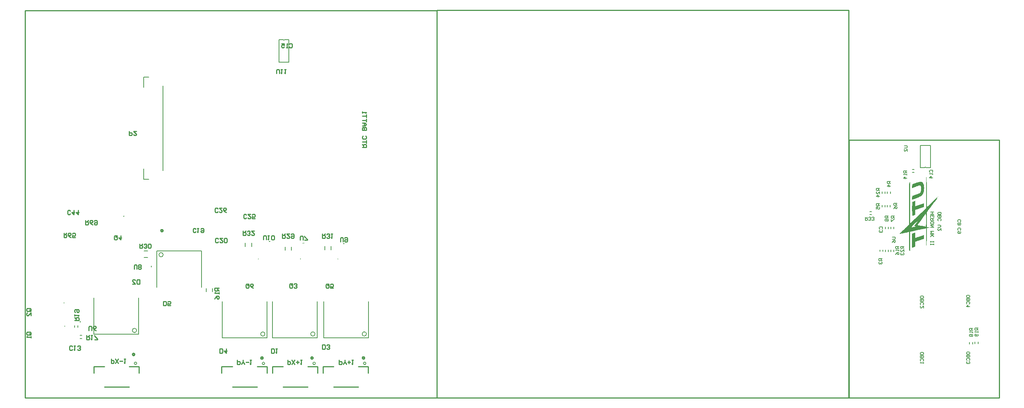
<source format=gbo>
G04*
G04 #@! TF.GenerationSoftware,Altium Limited,Altium Designer,18.1.9 (240)*
G04*
G04 Layer_Color=12176880*
%FSLAX44Y44*%
%MOMM*%
G71*
G01*
G75*
%ADD16C,0.2540*%
%ADD92C,0.2000*%
%ADD110C,0.1270*%
%ADD112C,0.1524*%
%ADD113C,0.1500*%
%ADD116C,0.3000*%
G36*
X2340097Y757061D02*
X2340919Y756814D01*
X2341741Y756486D01*
X2342399Y756157D01*
X2342892Y755828D01*
X2343386Y755499D01*
X2343632Y755252D01*
X2343715Y755170D01*
X2344290Y754430D01*
X2344866Y753608D01*
X2345277Y752703D01*
X2345688Y751635D01*
X2346263Y749497D01*
X2346674Y747359D01*
X2346839Y746290D01*
X2346921Y745304D01*
X2347003Y744399D01*
Y743659D01*
X2347086Y743001D01*
Y742097D01*
X2347003Y740124D01*
X2346921Y738315D01*
X2346674Y736588D01*
X2346346Y735026D01*
X2346017Y733546D01*
X2345688Y732231D01*
X2345277Y731079D01*
X2344783Y730011D01*
X2344372Y729106D01*
X2343961Y728284D01*
X2343632Y727626D01*
X2343304Y727051D01*
X2342975Y726640D01*
X2342728Y726311D01*
X2342646Y726146D01*
X2342563Y726064D01*
X2341906Y725324D01*
X2341084Y724666D01*
X2340179Y723926D01*
X2339028Y723269D01*
X2337877Y722529D01*
X2336644Y721871D01*
X2334177Y720720D01*
X2332944Y720144D01*
X2331793Y719651D01*
X2330724Y719240D01*
X2329819Y718829D01*
X2328997Y718582D01*
X2328422Y718335D01*
X2328093Y718253D01*
X2327928Y718171D01*
X2318966Y715047D01*
X2319049Y715622D01*
Y716280D01*
X2319131Y717596D01*
Y721131D01*
X2319213Y721871D01*
Y722446D01*
X2319295Y722940D01*
Y723269D01*
X2319377Y723515D01*
Y723597D01*
X2327682Y726722D01*
X2329162Y727297D01*
X2330395Y727791D01*
X2331628Y728284D01*
X2332615Y728777D01*
X2333519Y729106D01*
X2334341Y729517D01*
X2334999Y729764D01*
X2335575Y730093D01*
X2336068Y730257D01*
X2336479Y730504D01*
X2336973Y730751D01*
X2337301Y730915D01*
X2337384Y730997D01*
X2337795Y731491D01*
X2338206Y732066D01*
X2338781Y733299D01*
X2339275Y734779D01*
X2339521Y736259D01*
X2339686Y737575D01*
X2339768Y738233D01*
Y738726D01*
X2339850Y739137D01*
Y742344D01*
X2339768Y742919D01*
Y743412D01*
X2339686Y743906D01*
Y744646D01*
X2339604Y745057D01*
X2339521Y745386D01*
X2339439Y745632D01*
Y745715D01*
X2339275Y745961D01*
X2339193Y746208D01*
Y746455D01*
X2339110Y746701D01*
X2339028Y746866D01*
X2338946Y747030D01*
X2338864Y747112D01*
X2338617Y747359D01*
X2338535Y747441D01*
X2338452Y747606D01*
X2338288Y747688D01*
X2338124Y747935D01*
X2337959Y748099D01*
X2337877Y748181D01*
X2337548Y748428D01*
X2337301Y748675D01*
X2337219Y748757D01*
X2337137Y748839D01*
X2333355Y747441D01*
X2331628Y746784D01*
X2329984Y746208D01*
X2328340Y745632D01*
X2326859Y745057D01*
X2325544Y744564D01*
X2324229Y744070D01*
X2323077Y743659D01*
X2322091Y743330D01*
X2321186Y743001D01*
X2320446Y742755D01*
X2319871Y742508D01*
X2319460Y742344D01*
X2319213Y742261D01*
X2319131D01*
Y747277D01*
X2319213Y747935D01*
X2319377Y749086D01*
X2319542Y749908D01*
X2319789Y750483D01*
X2320117Y750894D01*
X2320282Y751141D01*
X2320446Y751306D01*
X2320529D01*
X2323242Y752292D01*
X2325708Y753197D01*
X2327928Y754019D01*
X2329902Y754677D01*
X2331628Y755252D01*
X2333190Y755745D01*
X2334506Y756074D01*
X2335575Y756403D01*
X2336561Y756650D01*
X2337301Y756814D01*
X2337959Y756979D01*
X2338452Y757061D01*
X2338781Y757143D01*
X2339193D01*
X2340097Y757061D01*
D02*
G37*
G36*
X2326037Y712251D02*
X2326120Y712087D01*
Y711758D01*
X2326202Y711347D01*
X2326284Y710360D01*
Y709127D01*
X2326366Y707976D01*
Y699754D01*
X2336233Y703125D01*
X2346428Y706496D01*
X2346510Y706414D01*
X2346592Y706331D01*
X2346674Y705838D01*
X2346757Y705180D01*
Y704440D01*
X2346839Y703700D01*
Y698356D01*
X2339686Y695890D01*
X2338288Y695396D01*
X2336973Y694985D01*
X2335822Y694574D01*
X2334753Y694163D01*
X2333848Y693834D01*
X2333026Y693587D01*
X2332286Y693258D01*
X2331628Y693094D01*
X2331053Y692847D01*
X2330642Y692683D01*
X2330231Y692601D01*
X2329984Y692436D01*
X2329573Y692354D01*
X2329491Y692272D01*
X2326613Y691203D01*
X2326531Y690381D01*
X2326448Y689394D01*
Y688490D01*
X2326366Y687503D01*
Y684050D01*
X2326284Y682816D01*
Y681830D01*
X2326202Y681090D01*
Y680432D01*
X2326120Y680021D01*
Y679692D01*
X2323242Y678788D01*
X2322337Y678377D01*
X2321597Y678130D01*
X2320940Y677883D01*
X2320529Y677801D01*
X2320200Y677719D01*
X2320035Y677637D01*
X2319871D01*
X2319789Y677719D01*
X2319706Y677801D01*
Y678048D01*
X2319624Y678294D01*
X2319542Y679117D01*
X2319460Y680185D01*
X2319377Y681419D01*
X2319295Y682734D01*
Y684214D01*
X2319213Y685694D01*
Y687256D01*
X2319131Y688736D01*
X2319131Y699178D01*
X2319213Y701316D01*
Y703125D01*
X2319295Y704769D01*
X2319377Y706085D01*
X2319460Y707154D01*
Y708058D01*
X2319542Y708798D01*
X2319624Y709291D01*
X2319706Y709702D01*
X2319789Y709949D01*
Y710114D01*
X2319871Y710196D01*
Y710278D01*
X2320858Y710607D01*
X2321762Y710936D01*
X2322502Y711264D01*
X2323160Y711429D01*
X2323735Y711676D01*
X2324229Y711840D01*
X2324969Y712087D01*
X2325462Y712251D01*
X2325791Y712333D01*
X2325955D01*
X2326037Y712251D01*
D02*
G37*
G36*
X484841Y677488D02*
X485122Y677206D01*
X485274Y676839D01*
Y676640D01*
Y676441D01*
X485122Y676074D01*
X484841Y675792D01*
X484473Y675640D01*
X484075D01*
X483708Y675792D01*
X483426Y676074D01*
X483274Y676441D01*
Y676640D01*
Y676839D01*
X483426Y677206D01*
X483708Y677488D01*
X484075Y677640D01*
X484473D01*
X484841Y677488D01*
D02*
G37*
G36*
X2352348Y768572D02*
X2352430Y768243D01*
X2352512Y767750D01*
X2352594Y767174D01*
Y766352D01*
X2352677Y765447D01*
X2352759Y764379D01*
Y763145D01*
X2352841Y761912D01*
Y760514D01*
X2352923Y757554D01*
X2353005Y754348D01*
X2353088Y751059D01*
Y744646D01*
X2353170Y741686D01*
Y697945D01*
X2354321Y698849D01*
X2354650Y699096D01*
X2355225Y699672D01*
X2356048Y700329D01*
X2356952Y701152D01*
X2357939Y702138D01*
X2359090Y703207D01*
X2361392Y705427D01*
X2363694Y707565D01*
X2364681Y708551D01*
X2365585Y709456D01*
X2366407Y710196D01*
X2366983Y710771D01*
X2367312Y711100D01*
X2367476Y711265D01*
X2369532Y713238D01*
X2371423Y715047D01*
X2372985Y716609D01*
X2374383Y717924D01*
X2375534Y718993D01*
X2376438Y719980D01*
X2377260Y720720D01*
X2377918Y721378D01*
X2378411Y721871D01*
X2378822Y722282D01*
X2379069Y722529D01*
X2379234Y722693D01*
X2379480Y722940D01*
X2380138Y723515D01*
X2380714Y724009D01*
X2381125Y724337D01*
X2381371Y724584D01*
X2381618Y724749D01*
X2381700Y724831D01*
X2381782Y724913D01*
X2380878Y723597D01*
X2378329Y719980D01*
X2375862Y716527D01*
X2373478Y713156D01*
X2371094Y709949D01*
X2368874Y706825D01*
X2366736Y703947D01*
X2364681Y701234D01*
X2362872Y698767D01*
X2361145Y696465D01*
X2359583Y694492D01*
X2358268Y692683D01*
X2357116Y691203D01*
X2356212Y690052D01*
X2355801Y689558D01*
X2355554Y689230D01*
X2355308Y688901D01*
X2355143Y688654D01*
X2354979Y688572D01*
Y688490D01*
X2353170Y686023D01*
Y652231D01*
X2353910Y651820D01*
X2354650Y651573D01*
X2355390Y651326D01*
X2356130Y651244D01*
X2356705Y651162D01*
X2357199Y651080D01*
X2358185D01*
X2358514Y650997D01*
X2358761Y650915D01*
X2358925Y650833D01*
X2359008Y650751D01*
Y650669D01*
X2358843Y650504D01*
X2358432Y650257D01*
X2358021Y650093D01*
X2357445Y649929D01*
X2356952Y649764D01*
X2356541Y649600D01*
X2356212Y649518D01*
X2356130D01*
X2353416Y649024D01*
X2353170Y629045D01*
Y627154D01*
X2353088Y625427D01*
Y622220D01*
X2353005Y620823D01*
Y619507D01*
X2352923Y618274D01*
Y617123D01*
X2352841Y616136D01*
X2352759Y615150D01*
Y614327D01*
X2352677Y613505D01*
X2352594Y612108D01*
X2352512Y611039D01*
X2352430Y610216D01*
X2352348Y609559D01*
X2352265Y609148D01*
X2352183Y608819D01*
X2352101Y608654D01*
X2352019Y608490D01*
X2351937Y608572D01*
Y608736D01*
X2351854Y608983D01*
X2351772Y609312D01*
Y609805D01*
X2351690Y610299D01*
X2351608Y611614D01*
Y613176D01*
X2351526Y614821D01*
X2351443Y616630D01*
Y620412D01*
X2351361Y622220D01*
Y648613D01*
X2343961Y647051D01*
X2341741Y646558D01*
X2339686Y646064D01*
X2337795Y645653D01*
X2335986Y645242D01*
X2334341Y644913D01*
X2332862Y644584D01*
X2331546Y644255D01*
X2330313Y644009D01*
X2329326Y643762D01*
X2328422Y643515D01*
X2327599Y643351D01*
X2327024Y643186D01*
X2326531Y643104D01*
X2326120Y643022D01*
X2325955Y642940D01*
X2325873D01*
X2324229Y642529D01*
X2322666Y642200D01*
X2321351Y641871D01*
X2320200Y641624D01*
X2319131Y641460D01*
X2318226Y641295D01*
X2317487Y641131D01*
X2316829Y640967D01*
X2316253Y640884D01*
X2315842Y640802D01*
X2315513D01*
X2315267Y640720D01*
X2314855D01*
Y640638D01*
X2314773Y640473D01*
Y640144D01*
X2314691Y639733D01*
Y638582D01*
X2314609Y637924D01*
Y635458D01*
X2314527Y633485D01*
Y629291D01*
X2314444Y627236D01*
Y603145D01*
X2314362Y601994D01*
Y598459D01*
X2314280Y597472D01*
X2314115Y596732D01*
X2313951Y596239D01*
X2313787Y595828D01*
X2313622Y595663D01*
X2313458Y595581D01*
X2313293Y595499D01*
X2312964Y595581D01*
X2312718Y595910D01*
X2312553Y596404D01*
X2312471Y596897D01*
X2312389Y597390D01*
X2312307Y597883D01*
Y598952D01*
X2312224Y599939D01*
Y604050D01*
X2312142Y605694D01*
Y625098D01*
X2312060Y626660D01*
Y630689D01*
X2311978Y631758D01*
Y633731D01*
X2311895Y634636D01*
Y636116D01*
X2311813Y637267D01*
X2311731Y638171D01*
X2311649Y638911D01*
Y639404D01*
X2311567Y639733D01*
Y639898D01*
X2311484Y639980D01*
Y640062D01*
X2305236Y638500D01*
X2304496Y638418D01*
X2303674Y638253D01*
X2301865Y637842D01*
X2301125Y637678D01*
X2300385Y637513D01*
X2299974Y637349D01*
X2299809D01*
X2298494Y637020D01*
X2297343Y636773D01*
X2296438Y636609D01*
X2295780Y636445D01*
X2295287Y636362D01*
X2294876Y636280D01*
X2294629D01*
X2293643Y636116D01*
X2292820Y635869D01*
X2292492Y635787D01*
X2292245D01*
X2292081Y635704D01*
X2291998D01*
X2291176Y635458D01*
X2290436Y635376D01*
X2290025Y635293D01*
X2289203D01*
X2289285Y635458D01*
X2289614Y635869D01*
X2290025Y636280D01*
X2290518Y636856D01*
X2291094Y637349D01*
X2291505Y637760D01*
X2291834Y638089D01*
X2291916Y638171D01*
X2292985Y639158D01*
X2294054Y640227D01*
X2295205Y641295D01*
X2296192Y642282D01*
X2297096Y643104D01*
X2297836Y643762D01*
X2298329Y644255D01*
X2298412Y644338D01*
X2298494Y644420D01*
X2299809Y645735D01*
X2300878Y646804D01*
X2301783Y647626D01*
X2302440Y648366D01*
X2302934Y648860D01*
X2303345Y649271D01*
X2303509Y649435D01*
X2303591Y649518D01*
X2312142Y658068D01*
X2312142Y719240D01*
X2312060Y720802D01*
Y733382D01*
X2311978Y734862D01*
Y744892D01*
X2312060Y746208D01*
Y748510D01*
X2312142Y749415D01*
Y750319D01*
X2312224Y750977D01*
X2312307Y751635D01*
Y752128D01*
X2312389Y752539D01*
Y753114D01*
X2312471Y753279D01*
Y753443D01*
X2312635Y754266D01*
X2312882Y754923D01*
X2313211Y755334D01*
X2313458Y755663D01*
X2313787Y755828D01*
X2313951Y755910D01*
X2314115Y755992D01*
X2314198D01*
Y755417D01*
X2314280Y754759D01*
Y751552D01*
X2314362Y750072D01*
Y736424D01*
X2314444Y731902D01*
X2314444Y659877D01*
X2322091Y667277D01*
X2322502Y667688D01*
X2322995Y668181D01*
X2324146Y669332D01*
X2325626Y670648D01*
X2327024Y672046D01*
X2328422Y673361D01*
X2328997Y673937D01*
X2329573Y674430D01*
X2329984Y674923D01*
X2330313Y675252D01*
X2330559Y675417D01*
X2330642Y675499D01*
X2331875Y676650D01*
X2333026Y677719D01*
X2334999Y679692D01*
X2336726Y681337D01*
X2338124Y682734D01*
X2339193Y683803D01*
X2340015Y684543D01*
X2340426Y684954D01*
X2340590Y685119D01*
X2351361Y695890D01*
X2351361Y744070D01*
X2351443Y746537D01*
Y751141D01*
X2351525Y753114D01*
Y755005D01*
X2351608Y756732D01*
Y759692D01*
X2351690Y760925D01*
Y762076D01*
X2351772Y763145D01*
Y764050D01*
X2351854Y764872D01*
Y765612D01*
X2351936Y766187D01*
Y766681D01*
X2352019Y767503D01*
X2352101Y768078D01*
X2352183Y768407D01*
Y768572D01*
X2352265Y768654D01*
X2352348Y768572D01*
D02*
G37*
G36*
X2326120Y638418D02*
X2326202Y638253D01*
Y637924D01*
X2326284Y637513D01*
Y636527D01*
X2326366Y635293D01*
Y629785D01*
X2326448Y628798D01*
Y627894D01*
X2326531Y627154D01*
Y626578D01*
X2326613Y626167D01*
Y626085D01*
X2326777D01*
X2327106Y626249D01*
X2327599Y626414D01*
X2328175Y626578D01*
X2328915Y626825D01*
X2329737Y627154D01*
X2331546Y627729D01*
X2333355Y628387D01*
X2334177Y628634D01*
X2334917Y628963D01*
X2335493Y629127D01*
X2335986Y629291D01*
X2336315Y629456D01*
X2336397D01*
X2338041Y630031D01*
X2339604Y630607D01*
X2340837Y631018D01*
X2341988Y631429D01*
X2342975Y631758D01*
X2343797Y632005D01*
X2344455Y632251D01*
X2344948Y632416D01*
X2345441Y632580D01*
X2345770Y632662D01*
X2346017Y632745D01*
X2346181D01*
X2346346Y632827D01*
X2346428D01*
X2346510Y632745D01*
X2346592Y632662D01*
X2346674Y632169D01*
X2346757Y631511D01*
Y630689D01*
X2346839Y629867D01*
Y624523D01*
X2345441Y623947D01*
X2343797Y623372D01*
X2342152Y622714D01*
X2340508Y622138D01*
X2338946Y621645D01*
X2338288Y621398D01*
X2337795Y621234D01*
X2337301Y621069D01*
X2336973Y620905D01*
X2336726Y620823D01*
X2336644D01*
X2335410Y620412D01*
X2334177Y620001D01*
X2333108Y619590D01*
X2332122Y619261D01*
X2330395Y618685D01*
X2328915Y618192D01*
X2327764Y617781D01*
X2327024Y617534D01*
X2326531Y617369D01*
X2326366Y617287D01*
Y605859D01*
X2322749Y604708D01*
X2319131Y603310D01*
Y636033D01*
X2322337Y637349D01*
X2323324Y637760D01*
X2324146Y638007D01*
X2324804Y638253D01*
X2325297Y638336D01*
X2325708Y638418D01*
X2325955Y638500D01*
X2326120D01*
Y638418D01*
D02*
G37*
G36*
X798023Y577891D02*
X798304Y577609D01*
X798456Y577242D01*
Y577043D01*
Y576844D01*
X798304Y576477D01*
X798023Y576195D01*
X797655Y576043D01*
X797257D01*
X796889Y576195D01*
X796608Y576477D01*
X796456Y576844D01*
Y577043D01*
Y577242D01*
X796608Y577609D01*
X796889Y577891D01*
X797257Y578043D01*
X797655D01*
X798023Y577891D01*
D02*
G37*
G36*
X983002Y577890D02*
X983284Y577609D01*
X983436Y577242D01*
Y577043D01*
Y576844D01*
X983284Y576476D01*
X983002Y576195D01*
X982635Y576043D01*
X982237D01*
X981870Y576195D01*
X981588Y576476D01*
X981436Y576844D01*
Y577043D01*
Y577242D01*
X981588Y577609D01*
X981870Y577890D01*
X982237Y578043D01*
X982635D01*
X983002Y577890D01*
D02*
G37*
G36*
X896067Y577890D02*
X896348Y577609D01*
X896500Y577242D01*
Y577043D01*
Y576844D01*
X896348Y576476D01*
X896067Y576195D01*
X895699Y576043D01*
X895301D01*
X894933Y576195D01*
X894652Y576476D01*
X894500Y576844D01*
Y577043D01*
Y577242D01*
X894652Y577609D01*
X894933Y577890D01*
X895301Y578043D01*
X895699D01*
X896067Y577890D01*
D02*
G37*
G36*
X345887Y475624D02*
X346168Y475342D01*
X346320Y474975D01*
Y474776D01*
Y474577D01*
X346168Y474210D01*
X345887Y473928D01*
X345519Y473776D01*
X345121D01*
X344754Y473928D01*
X344473Y474210D01*
X344320Y474577D01*
Y474776D01*
Y474975D01*
X344473Y475342D01*
X344754Y475624D01*
X345121Y475776D01*
X345519D01*
X345887Y475624D01*
D02*
G37*
G36*
X347157Y421434D02*
X347438Y421152D01*
X347590Y420785D01*
Y420586D01*
Y420387D01*
X347438Y420020D01*
X347157Y419738D01*
X346789Y419586D01*
X346391D01*
X346024Y419738D01*
X345743Y420020D01*
X345590Y420387D01*
Y420586D01*
Y420785D01*
X345743Y421152D01*
X346024Y421434D01*
X346391Y421586D01*
X346789D01*
X347157Y421434D01*
D02*
G37*
%LPC*%
G36*
X2351114Y683063D02*
X2341412Y669744D01*
X2339686Y667441D01*
X2338206Y665386D01*
X2336973Y663659D01*
X2335822Y662097D01*
X2334917Y660782D01*
X2334177Y659713D01*
X2333519Y658726D01*
X2333026Y657986D01*
X2332615Y657411D01*
X2332286Y656917D01*
X2332122Y656588D01*
X2331957Y656342D01*
X2331875Y656177D01*
X2331793Y656095D01*
Y656013D01*
X2331875Y655931D01*
X2332204Y655848D01*
X2332697Y655766D01*
X2333355Y655602D01*
X2334095Y655519D01*
X2334917Y655273D01*
X2336726Y654944D01*
X2338535Y654615D01*
X2339357Y654451D01*
X2340097Y654286D01*
X2340755Y654204D01*
X2341248Y654122D01*
X2341577Y654040D01*
X2341659D01*
X2351114Y652231D01*
X2351361Y659877D01*
Y675170D01*
X2351114Y683063D01*
D02*
G37*
G36*
X2331546Y664399D02*
X2330806Y664235D01*
X2329984Y663824D01*
X2328915Y663166D01*
X2327846Y662262D01*
X2326695Y661193D01*
X2325462Y660042D01*
X2322995Y657493D01*
X2321762Y656260D01*
X2320611Y655026D01*
X2319624Y653875D01*
X2318720Y652806D01*
X2317980Y651902D01*
X2317404Y651244D01*
X2317075Y650833D01*
X2316911Y650668D01*
X2317075D01*
X2317322Y650751D01*
X2318062Y650833D01*
X2319049Y650997D01*
X2320035Y651162D01*
X2321104Y651408D01*
X2321926Y651573D01*
X2322255Y651655D01*
X2322502D01*
X2322666Y651737D01*
X2322749D01*
X2323160Y651902D01*
X2323735Y651984D01*
X2324311D01*
X2325297Y652313D01*
X2326037Y652477D01*
X2326448Y652642D01*
X2326613D01*
X2327024Y652724D01*
X2327188Y652806D01*
Y652971D01*
X2327106Y653053D01*
X2326777Y653217D01*
X2326695Y653300D01*
X2326613D01*
X2325873Y653628D01*
X2325297Y653875D01*
X2324886Y654122D01*
X2324557Y654286D01*
X2324393Y654451D01*
X2324311Y654533D01*
Y654615D01*
X2324393Y654862D01*
X2324640Y655191D01*
X2324969Y655684D01*
X2325297Y656260D01*
X2325708Y656753D01*
X2326037Y657246D01*
X2326284Y657575D01*
X2326366Y657657D01*
X2327024Y658562D01*
X2327599Y659384D01*
X2327846Y659713D01*
X2328011Y659959D01*
X2328093Y660042D01*
X2328175Y660124D01*
X2328833Y660864D01*
X2329326Y661439D01*
X2329655Y661850D01*
X2329737Y662015D01*
X2330231Y662590D01*
X2330559Y663001D01*
X2330806Y663330D01*
X2330888Y663413D01*
X2331135Y663742D01*
X2331217Y663988D01*
X2331299Y664070D01*
Y664153D01*
X2331546Y664399D01*
D02*
G37*
%LPD*%
D16*
X817150Y326532D02*
Y311532D01*
Y326532D02*
X794650D01*
X712150D02*
Y311532D01*
X737150Y326532D02*
X712150D01*
X794650Y279032D02*
X736900D01*
X1052710Y326642D02*
Y311642D01*
Y326642D02*
X1030210D01*
X947710D02*
Y311642D01*
X972710Y326642D02*
X947710D01*
X1030210Y279142D02*
X972460D01*
X519250Y326750D02*
Y311750D01*
Y326750D02*
X496750D01*
X414250D02*
Y311750D01*
X439250Y326750D02*
X414250D01*
X496750Y279250D02*
X439000D01*
X935000Y326532D02*
Y311532D01*
Y326532D02*
X912500D01*
X830000D02*
Y311532D01*
X855000Y326532D02*
X830000D01*
X912500Y279032D02*
X854750D01*
X1039010Y836900D02*
X1049007D01*
Y841898D01*
X1047341Y843565D01*
X1044008D01*
X1042342Y841898D01*
Y836900D01*
Y840232D02*
X1039010Y843565D01*
X1049007Y846897D02*
Y853561D01*
Y850229D01*
X1039010D01*
X1047341Y863558D02*
X1049007Y861892D01*
Y858560D01*
X1047341Y856894D01*
X1040676D01*
X1039010Y858560D01*
Y861892D01*
X1040676Y863558D01*
X1049007Y876887D02*
X1039010D01*
Y881886D01*
X1040676Y883552D01*
X1042342D01*
X1044008Y881886D01*
Y876887D01*
Y881886D01*
X1045675Y883552D01*
X1047341D01*
X1049007Y881886D01*
Y876887D01*
X1039010Y886884D02*
X1045675D01*
X1049007Y890216D01*
X1045675Y893548D01*
X1039010D01*
X1044008D01*
Y886884D01*
X1049007Y896881D02*
Y903545D01*
Y900213D01*
X1039010D01*
X1049007Y906878D02*
Y913542D01*
Y910210D01*
X1039010D01*
Y916874D02*
Y920207D01*
Y918540D01*
X1049007D01*
X1047341Y916874D01*
X521050Y529155D02*
Y519158D01*
X516052D01*
X514385Y520824D01*
Y527489D01*
X516052Y529155D01*
X521050D01*
X504389Y519158D02*
X511053D01*
X504389Y525822D01*
Y527489D01*
X506055Y529155D01*
X509387D01*
X511053Y527489D01*
X395120Y666800D02*
Y656803D01*
X400118D01*
X401785Y658469D01*
Y661802D01*
X400118Y663468D01*
X395120D01*
X398452D02*
X401785Y666800D01*
X411781Y656803D02*
X408449Y658469D01*
X405117Y661802D01*
Y665134D01*
X406783Y666800D01*
X410115D01*
X411781Y665134D01*
Y663468D01*
X410115Y661802D01*
X405117D01*
X415113Y665134D02*
X416780Y666800D01*
X420112D01*
X421778Y665134D01*
Y658469D01*
X420112Y656803D01*
X416780D01*
X415113Y658469D01*
Y660135D01*
X416780Y661802D01*
X421778D01*
X344754Y637590D02*
Y627593D01*
X349752D01*
X351418Y629259D01*
Y632592D01*
X349752Y634258D01*
X344754D01*
X348086D02*
X351418Y637590D01*
X361415Y627593D02*
X358083Y629259D01*
X354751Y632592D01*
Y635924D01*
X356417Y637590D01*
X359749D01*
X361415Y635924D01*
Y634258D01*
X359749Y632592D01*
X354751D01*
X371412Y627593D02*
X364748D01*
Y632592D01*
X368080Y630925D01*
X369746D01*
X371412Y632592D01*
Y635924D01*
X369746Y637590D01*
X366414D01*
X364748Y635924D01*
X359874Y682083D02*
X358208Y680417D01*
X354876D01*
X353210Y682083D01*
Y688748D01*
X354876Y690414D01*
X358208D01*
X359874Y688748D01*
X368205Y690414D02*
Y680417D01*
X363207Y685416D01*
X369871D01*
X378202Y690414D02*
Y680417D01*
X373204Y685416D01*
X379868D01*
X894793Y620918D02*
Y629248D01*
X896459Y630914D01*
X899791D01*
X901457Y629248D01*
Y620918D01*
X904790D02*
X911454D01*
Y622584D01*
X904790Y629248D01*
Y630914D01*
X988210Y617243D02*
Y625573D01*
X989876Y627239D01*
X993208D01*
X994874Y625573D01*
Y617243D01*
X998207Y625573D02*
X999873Y627239D01*
X1003205D01*
X1004871Y625573D01*
Y618909D01*
X1003205Y617243D01*
X999873D01*
X998207Y618909D01*
Y620575D01*
X999873Y622241D01*
X1004871D01*
X809500Y621728D02*
Y630058D01*
X811166Y631724D01*
X814498D01*
X816164Y630058D01*
Y621728D01*
X819497Y631724D02*
X822829D01*
X821163D01*
Y621728D01*
X819497Y623394D01*
X827827D02*
X829493Y621728D01*
X832826D01*
X834492Y623394D01*
Y630058D01*
X832826Y631724D01*
X829493D01*
X827827Y630058D01*
Y623394D01*
X876765Y518184D02*
Y511519D01*
X875098Y509853D01*
X871766D01*
X870100Y511519D01*
Y518184D01*
X871766Y519850D01*
X875098D01*
X873432Y516518D02*
X876765Y519850D01*
X875098D02*
X876765Y518184D01*
X880097Y511519D02*
X881763Y509853D01*
X885095D01*
X886761Y511519D01*
Y513185D01*
X885095Y514851D01*
X883429D01*
X885095D01*
X886761Y516518D01*
Y518184D01*
X885095Y519850D01*
X881763D01*
X880097Y518184D01*
X961259Y517492D02*
Y510827D01*
X959593Y509161D01*
X956261D01*
X954594Y510827D01*
Y517492D01*
X956261Y519158D01*
X959593D01*
X957927Y515826D02*
X961259Y519158D01*
X959593D02*
X961259Y517492D01*
X971256Y509161D02*
X964591D01*
Y514160D01*
X967924Y512494D01*
X969590D01*
X971256Y514160D01*
Y517492D01*
X969590Y519158D01*
X966257D01*
X964591Y517492D01*
X651974Y640386D02*
X650308Y638719D01*
X646976D01*
X645310Y640386D01*
Y647050D01*
X646976Y648716D01*
X650308D01*
X651974Y647050D01*
X655307Y648716D02*
X658639D01*
X656973D01*
Y638719D01*
X655307Y640386D01*
X663637Y647050D02*
X665303Y648716D01*
X668636D01*
X670302Y647050D01*
Y640386D01*
X668636Y638719D01*
X665303D01*
X663637Y640386D01*
Y642052D01*
X665303Y643718D01*
X670302D01*
X704242Y616808D02*
X702576Y615142D01*
X699243D01*
X697577Y616808D01*
Y623472D01*
X699243Y625138D01*
X702576D01*
X704242Y623472D01*
X714239Y625138D02*
X707574D01*
X714239Y618474D01*
Y616808D01*
X712572Y615142D01*
X709240D01*
X707574Y616808D01*
X717571D02*
X719237Y615142D01*
X722569D01*
X724235Y616808D01*
Y623472D01*
X722569Y625138D01*
X719237D01*
X717571Y623472D01*
Y616808D01*
X364753Y366669D02*
X363087Y365003D01*
X359755D01*
X358089Y366669D01*
Y373334D01*
X359755Y375000D01*
X363087D01*
X364753Y373334D01*
X368086Y375000D02*
X371418D01*
X369752D01*
Y365003D01*
X368086Y366669D01*
X376416D02*
X378082Y365003D01*
X381415D01*
X383081Y366669D01*
Y368335D01*
X381415Y370002D01*
X379748D01*
X381415D01*
X383081Y371668D01*
Y373334D01*
X381415Y375000D01*
X378082D01*
X376416Y373334D01*
X266454Y400586D02*
X259789D01*
X258123Y402252D01*
Y405584D01*
X259789Y407250D01*
X266454D01*
X268120Y405584D01*
Y402252D01*
X264788Y403918D02*
X268120Y400586D01*
Y402252D02*
X266454Y400586D01*
X268120Y397253D02*
Y393921D01*
Y395587D01*
X258123D01*
X259789Y397253D01*
X266454Y455586D02*
X259789D01*
X258123Y457252D01*
Y460584D01*
X259789Y462250D01*
X266454D01*
X268120Y460584D01*
Y457252D01*
X264788Y458918D02*
X268120Y455586D01*
Y457252D02*
X266454Y455586D01*
X268120Y445589D02*
Y452253D01*
X261455Y445589D01*
X259789D01*
X258123Y447255D01*
Y450587D01*
X259789Y452253D01*
X853508Y635500D02*
Y625503D01*
X858506D01*
X860172Y627169D01*
Y630502D01*
X858506Y632168D01*
X853508D01*
X856840D02*
X860172Y635500D01*
X870169D02*
X863504D01*
X870169Y628835D01*
Y627169D01*
X868503Y625503D01*
X865171D01*
X863504Y627169D01*
X873501Y633834D02*
X875167Y635500D01*
X878500D01*
X880166Y633834D01*
Y627169D01*
X878500Y625503D01*
X875167D01*
X873501Y627169D01*
Y628835D01*
X875167Y630502D01*
X880166D01*
X946300Y635500D02*
Y625503D01*
X951298D01*
X952964Y627169D01*
Y630502D01*
X951298Y632168D01*
X946300D01*
X949632D02*
X952964Y635500D01*
X956297Y627169D02*
X957963Y625503D01*
X961295D01*
X962961Y627169D01*
Y628835D01*
X961295Y630502D01*
X959629D01*
X961295D01*
X962961Y632168D01*
Y633834D01*
X961295Y635500D01*
X957963D01*
X956297Y633834D01*
X966293Y635500D02*
X969626D01*
X967960D01*
Y625503D01*
X966293Y627169D01*
X761486Y642670D02*
Y632673D01*
X766484D01*
X768150Y634339D01*
Y637672D01*
X766484Y639338D01*
X761486D01*
X764818D02*
X768150Y642670D01*
X771482Y634339D02*
X773148Y632673D01*
X776481D01*
X778147Y634339D01*
Y636006D01*
X776481Y637672D01*
X774815D01*
X776481D01*
X778147Y639338D01*
Y641004D01*
X776481Y642670D01*
X773148D01*
X771482Y641004D01*
X788144Y642670D02*
X781479D01*
X788144Y636006D01*
Y634339D01*
X786478Y632673D01*
X783145D01*
X781479Y634339D01*
X705690Y509250D02*
X695693D01*
Y504252D01*
X697359Y502586D01*
X700692D01*
X702358Y504252D01*
Y509250D01*
Y505918D02*
X705690Y502586D01*
Y499253D02*
Y495921D01*
Y497587D01*
X695693D01*
X697359Y499253D01*
X695693Y484258D02*
X697359Y487590D01*
X700692Y490923D01*
X704024D01*
X705690Y489257D01*
Y485924D01*
X704024Y484258D01*
X702358D01*
X700692Y485924D01*
Y490923D01*
X397660Y399250D02*
Y389253D01*
X402658D01*
X404324Y390919D01*
Y394252D01*
X402658Y395918D01*
X397660D01*
X400992D02*
X404324Y399250D01*
X407657D02*
X410989D01*
X409323D01*
Y389253D01*
X407657Y390919D01*
X415987Y389253D02*
X422652D01*
Y390919D01*
X415987Y397584D01*
Y399250D01*
X370030Y434390D02*
X380027D01*
Y439388D01*
X378360Y441054D01*
X375028D01*
X373362Y439388D01*
Y434390D01*
Y437722D02*
X370030Y441054D01*
Y444387D02*
Y447719D01*
Y446053D01*
X380027D01*
X378360Y444387D01*
X371696Y452717D02*
X370030Y454384D01*
Y457716D01*
X371696Y459382D01*
X378360D01*
X380027Y457716D01*
Y454384D01*
X378360Y452717D01*
X376694D01*
X375028Y454384D01*
Y459382D01*
X402740Y410490D02*
Y418820D01*
X404406Y420487D01*
X407738D01*
X409404Y418820D01*
Y410490D01*
X419401D02*
X416069Y412156D01*
X412737Y415488D01*
Y418820D01*
X414403Y420487D01*
X417735D01*
X419401Y418820D01*
Y417154D01*
X417735Y415488D01*
X412737D01*
X496750Y874751D02*
Y864754D01*
X501749D01*
X503415Y866420D01*
Y869752D01*
X501749Y871418D01*
X496750D01*
X513411Y874751D02*
X506747D01*
X513411Y868086D01*
Y866420D01*
X511745Y864754D01*
X508413D01*
X506747Y866420D01*
X702921Y687679D02*
X701254Y686013D01*
X697922D01*
X696256Y687679D01*
Y694344D01*
X697922Y696010D01*
X701254D01*
X702921Y694344D01*
X712917Y696010D02*
X706253D01*
X712917Y689345D01*
Y687679D01*
X711251Y686013D01*
X707919D01*
X706253Y687679D01*
X722914Y686013D02*
X719582Y687679D01*
X716249Y691012D01*
Y694344D01*
X717916Y696010D01*
X721248D01*
X722914Y694344D01*
Y692678D01*
X721248Y691012D01*
X716249D01*
X769658Y673119D02*
X767991Y671453D01*
X764659D01*
X762993Y673119D01*
Y679784D01*
X764659Y681450D01*
X767991D01*
X769658Y679784D01*
X779654Y681450D02*
X772990D01*
X779654Y674786D01*
Y673119D01*
X777988Y671453D01*
X774656D01*
X772990Y673119D01*
X789651Y671453D02*
X782987D01*
Y676452D01*
X786319Y674786D01*
X787985D01*
X789651Y676452D01*
Y679784D01*
X787985Y681450D01*
X784653D01*
X782987Y679784D01*
X748158Y341590D02*
Y331593D01*
X753157D01*
X754823Y333259D01*
Y336592D01*
X753157Y338258D01*
X748158D01*
X758155Y331593D02*
Y333259D01*
X761487Y336592D01*
X764820Y333259D01*
Y331593D01*
X761487Y336592D02*
Y341590D01*
X768152Y336592D02*
X774816D01*
X778149Y341590D02*
X781481D01*
X779815D01*
Y331593D01*
X778149Y333259D01*
X985118Y341700D02*
Y331703D01*
X990116D01*
X991782Y333370D01*
Y336702D01*
X990116Y338368D01*
X985118D01*
X995115Y331703D02*
Y333370D01*
X998447Y336702D01*
X1001779Y333370D01*
Y331703D01*
X998447Y336702D02*
Y341700D01*
X1005111Y336702D02*
X1011776D01*
X1008444Y333370D02*
Y340034D01*
X1015108Y341700D02*
X1018440D01*
X1016774D01*
Y331703D01*
X1015108Y333370D01*
X454810Y344220D02*
Y334223D01*
X459808D01*
X461474Y335889D01*
Y339222D01*
X459808Y340888D01*
X454810D01*
X464807Y334223D02*
X471471Y344220D01*
Y334223D02*
X464807Y344220D01*
X474804Y339222D02*
X481468D01*
X484800Y344220D02*
X488133D01*
X486466D01*
Y334223D01*
X484800Y335889D01*
X865418Y341590D02*
Y331593D01*
X870417D01*
X872083Y333259D01*
Y336591D01*
X870417Y338257D01*
X865418D01*
X875415Y331593D02*
X882080Y341590D01*
Y331593D02*
X875415Y341590D01*
X885412Y336591D02*
X892077D01*
X888744Y333259D02*
Y339923D01*
X895409Y341590D02*
X898741D01*
X897075D01*
Y331593D01*
X895409Y333259D01*
X839952Y1008753D02*
Y1017084D01*
X841618Y1018750D01*
X844951D01*
X846617Y1017084D01*
Y1008753D01*
X849949Y1018750D02*
X853281D01*
X851615D01*
Y1008753D01*
X849949Y1010419D01*
X858280Y1018750D02*
X861612D01*
X859946D01*
Y1008753D01*
X858280Y1010419D01*
X521050Y612314D02*
Y602317D01*
X526048D01*
X527715Y603983D01*
Y607316D01*
X526048Y608982D01*
X521050D01*
X524382D02*
X527715Y612314D01*
X531047Y603983D02*
X532713Y602317D01*
X536045D01*
X537711Y603983D01*
Y605649D01*
X536045Y607316D01*
X534379D01*
X536045D01*
X537711Y608982D01*
Y610648D01*
X536045Y612314D01*
X532713D01*
X531047Y610648D01*
X541044Y603983D02*
X542710Y602317D01*
X546042D01*
X547708Y603983D01*
Y610648D01*
X546042Y612314D01*
X542710D01*
X541044Y610648D01*
Y603983D01*
X869396Y1077251D02*
X871062Y1078917D01*
X874394D01*
X876060Y1077251D01*
Y1070586D01*
X874394Y1068920D01*
X871062D01*
X869396Y1070586D01*
X866063Y1068920D02*
X862731D01*
X864397D01*
Y1078917D01*
X866063Y1077251D01*
X851068Y1078917D02*
X857733D01*
Y1073918D01*
X854400Y1075584D01*
X852734D01*
X851068Y1073918D01*
Y1070586D01*
X852734Y1068920D01*
X856067D01*
X857733Y1070586D01*
X576624Y468614D02*
Y478611D01*
X581622D01*
X583288Y476945D01*
Y470280D01*
X581622Y468614D01*
X576624D01*
X593285D02*
X586621D01*
Y473613D01*
X589953Y471946D01*
X591619D01*
X593285Y473613D01*
Y476945D01*
X591619Y478611D01*
X588287D01*
X586621Y476945D01*
X775164Y517492D02*
Y510827D01*
X773498Y509161D01*
X770166D01*
X768500Y510827D01*
Y517492D01*
X770166Y519158D01*
X773498D01*
X771832Y515826D02*
X775164Y519158D01*
X773498D02*
X775164Y517492D01*
X785161Y509161D02*
X781829Y510827D01*
X778497Y514160D01*
Y517492D01*
X780163Y519158D01*
X783495D01*
X785161Y517492D01*
Y515826D01*
X783495Y514160D01*
X778497D01*
X707665Y358353D02*
Y368350D01*
X712663D01*
X714329Y366684D01*
Y360019D01*
X712663Y358353D01*
X707665D01*
X722660Y368350D02*
Y358353D01*
X717662Y363352D01*
X724326D01*
X946300Y367243D02*
Y377240D01*
X951298D01*
X952964Y375574D01*
Y368909D01*
X951298Y367243D01*
X946300D01*
X956297Y368909D02*
X957963Y367243D01*
X961295D01*
X962961Y368909D01*
Y370575D01*
X961295Y372242D01*
X959629D01*
X961295D01*
X962961Y373908D01*
Y375574D01*
X961295Y377240D01*
X957963D01*
X956297Y375574D01*
X468665Y630058D02*
Y623394D01*
X466998Y621728D01*
X463666D01*
X462000Y623394D01*
Y630058D01*
X463666Y631724D01*
X466998D01*
X465332Y628392D02*
X468665Y631724D01*
X466998D02*
X468665Y630058D01*
X476995Y631724D02*
Y621728D01*
X471997Y626726D01*
X478661D01*
X828100Y358353D02*
Y368350D01*
X833098D01*
X834764Y366684D01*
Y360019D01*
X833098Y358353D01*
X828100D01*
X838096Y368350D02*
X841429D01*
X839763D01*
Y358353D01*
X838096Y360019D01*
X508150Y553933D02*
Y562264D01*
X509816Y563930D01*
X513148D01*
X514814Y562264D01*
Y553933D01*
X518147Y555599D02*
X519813Y553933D01*
X523145D01*
X524811Y555599D01*
Y557266D01*
X523145Y558932D01*
X524811Y560598D01*
Y562264D01*
X523145Y563930D01*
X519813D01*
X518147Y562264D01*
Y560598D01*
X519813Y558932D01*
X518147Y557266D01*
Y555599D01*
X519813Y558932D02*
X523145D01*
X1213208Y254036D02*
Y1156328D01*
X2171804D01*
X2171804Y254036D01*
X1213208D02*
X2171804D01*
X2521910Y254120D02*
Y854120D01*
Y254120D02*
X2171910D01*
Y854120D01*
X2521910D02*
X2171910D01*
X1213000Y254050D02*
X254150D01*
X254150Y1155750D01*
X1213000D02*
X254150D01*
X1213000D02*
Y254050D01*
D92*
X2351475Y789720D02*
G03*
X2348225Y789720I-1625J0D01*
G01*
X2249170Y729492D02*
Y733492D01*
X2256170Y729492D02*
Y733492D01*
X2248916Y698267D02*
Y702266D01*
X2255916Y698267D02*
Y702266D01*
X2261221Y698344D02*
Y702344D01*
X2268221Y698344D02*
Y702344D01*
X2261362Y729684D02*
Y733683D01*
X2268362Y729684D02*
Y733683D01*
X2256790Y647598D02*
Y651598D01*
X2263790Y647598D02*
Y651598D01*
X2269610Y647442D02*
Y651442D01*
X2276610Y647442D02*
Y651442D01*
X2250836Y594766D02*
Y598766D01*
X2243836Y594766D02*
Y598766D01*
X2263790Y594512D02*
Y598512D01*
X2256790Y594512D02*
Y598512D01*
X2276744Y594258D02*
Y598258D01*
X2269744Y594258D02*
Y598258D01*
X2224596Y687642D02*
X2220596D01*
X2224596Y680642D02*
X2220596D01*
X2465426Y379854D02*
Y383854D01*
X2472426Y379854D02*
Y383854D01*
X2452696Y379558D02*
Y383558D01*
X2459696Y379558D02*
Y383558D01*
X2323758Y778432D02*
X2319758D01*
X2323758Y785432D02*
X2319758D01*
X2348225Y789720D02*
X2338200D01*
X2361500D02*
X2351475D01*
X2361500D02*
Y841720D01*
X2338200D01*
Y789720D02*
Y841720D01*
X2378986Y682203D02*
Y684702D01*
X2380236Y685952D01*
X2385234D01*
X2386484Y684702D01*
Y682203D01*
X2385234Y680954D01*
X2380236D01*
X2378986Y682203D01*
Y678454D02*
X2386484D01*
Y674706D01*
X2385234Y673456D01*
X2383985D01*
X2382735Y674706D01*
Y678454D01*
Y674706D01*
X2381486Y673456D01*
X2380236D01*
X2378986Y674706D01*
Y678454D01*
X2380236Y665958D02*
X2378986Y667208D01*
Y669707D01*
X2380236Y670957D01*
X2385234D01*
X2386484Y669707D01*
Y667208D01*
X2385234Y665958D01*
X2378986Y655962D02*
X2383985D01*
X2386484Y653462D01*
X2383985Y650963D01*
X2378986D01*
X2386484Y643466D02*
Y648464D01*
X2381486Y643466D01*
X2380236D01*
X2378986Y644715D01*
Y647214D01*
X2380236Y648464D01*
X2362298Y686206D02*
X2369796D01*
X2366047D01*
Y681208D01*
X2362298D01*
X2369796D01*
X2362298Y673710D02*
Y678708D01*
X2369796D01*
Y673710D01*
X2366047Y678708D02*
Y676209D01*
X2369796Y671211D02*
X2362298D01*
Y667462D01*
X2363548Y666212D01*
X2366047D01*
X2367297Y667462D01*
Y671211D01*
Y668712D02*
X2369796Y666212D01*
X2362298Y659964D02*
Y662464D01*
X2363548Y663713D01*
X2368546D01*
X2369796Y662464D01*
Y659964D01*
X2368546Y658715D01*
X2363548D01*
X2362298Y659964D01*
X2369796Y656216D02*
X2362298D01*
X2369796Y651217D01*
X2362298D01*
X2369796Y641220D02*
X2362298D01*
X2364798Y638721D01*
X2362298Y636222D01*
X2369796D01*
X2362298Y633723D02*
X2369796D01*
X2367297D01*
X2362298Y628724D01*
X2366047Y632473D01*
X2369796Y628724D01*
X2362298Y618728D02*
Y616228D01*
Y617478D01*
X2369796D01*
Y618728D01*
Y616228D01*
X2362298Y612480D02*
Y609980D01*
Y611230D01*
X2369796D01*
Y612480D01*
Y609980D01*
X2268926Y757802D02*
X2261428D01*
Y754053D01*
X2262678Y752804D01*
X2265177D01*
X2266427Y754053D01*
Y757802D01*
Y755303D02*
X2268926Y752804D01*
Y746556D02*
X2261428D01*
X2265177Y750304D01*
Y745306D01*
X2210252Y674236D02*
Y666738D01*
X2214001D01*
X2215250Y667988D01*
Y670487D01*
X2214001Y671737D01*
X2210252D01*
X2212751D02*
X2215250Y674236D01*
X2217750Y667988D02*
X2218999Y666738D01*
X2221498D01*
X2222748Y667988D01*
Y669238D01*
X2221498Y670487D01*
X2220249D01*
X2221498D01*
X2222748Y671737D01*
Y672986D01*
X2221498Y674236D01*
X2218999D01*
X2217750Y672986D01*
X2225247Y667988D02*
X2226497Y666738D01*
X2228996D01*
X2230246Y667988D01*
Y669238D01*
X2228996Y670487D01*
X2227746D01*
X2228996D01*
X2230246Y671737D01*
Y672986D01*
X2228996Y674236D01*
X2226497D01*
X2225247Y672986D01*
X2243526Y741367D02*
X2236028D01*
Y737619D01*
X2237278Y736369D01*
X2239777D01*
X2241027Y737619D01*
Y741367D01*
Y738868D02*
X2243526Y736369D01*
Y728872D02*
Y733870D01*
X2238528Y728872D01*
X2237278D01*
X2236028Y730121D01*
Y732620D01*
X2237278Y733870D01*
X2243526Y722624D02*
X2236028D01*
X2239777Y726372D01*
Y721374D01*
X2299660Y606418D02*
X2292162D01*
Y602669D01*
X2293412Y601420D01*
X2295911D01*
X2297161Y602669D01*
Y606418D01*
Y603919D02*
X2299660Y601420D01*
Y593922D02*
Y598920D01*
X2294662Y593922D01*
X2293412D01*
X2292162Y595172D01*
Y597671D01*
X2293412Y598920D01*
Y591423D02*
X2292162Y590173D01*
Y587674D01*
X2293412Y586424D01*
X2294662D01*
X2295911Y587674D01*
Y588924D01*
Y587674D01*
X2297161Y586424D01*
X2298410D01*
X2299660Y587674D01*
Y590173D01*
X2298410Y591423D01*
X2288484Y606164D02*
X2280986D01*
Y602415D01*
X2282236Y601166D01*
X2284735D01*
X2285985Y602415D01*
Y606164D01*
Y603665D02*
X2288484Y601166D01*
Y598666D02*
Y596167D01*
Y597417D01*
X2280986D01*
X2282236Y598666D01*
X2280986Y587420D02*
X2282236Y589919D01*
X2284735Y592418D01*
X2287234D01*
X2288484Y591169D01*
Y588670D01*
X2287234Y587420D01*
X2285985D01*
X2284735Y588670D01*
Y592418D01*
X2263966Y677522D02*
X2256469D01*
Y673773D01*
X2257718Y672524D01*
X2260217D01*
X2261467Y673773D01*
Y677522D01*
Y675023D02*
X2263966Y672524D01*
X2257718Y670024D02*
X2256469Y668775D01*
Y666276D01*
X2257718Y665026D01*
X2258968D01*
X2260217Y666276D01*
X2261467Y665026D01*
X2262717D01*
X2263966Y666276D01*
Y668775D01*
X2262717Y670024D01*
X2261467D01*
X2260217Y668775D01*
X2258968Y670024D01*
X2257718D01*
X2260217Y668775D02*
Y666276D01*
X2277816Y677030D02*
X2270318D01*
Y673281D01*
X2271568Y672032D01*
X2274067D01*
X2275317Y673281D01*
Y677030D01*
Y674531D02*
X2277816Y672032D01*
X2270318Y669532D02*
Y664534D01*
X2271568D01*
X2276566Y669532D01*
X2277816D01*
X2283912Y706748D02*
X2276414D01*
Y702999D01*
X2277664Y701750D01*
X2280163D01*
X2281413Y702999D01*
Y706748D01*
Y704249D02*
X2283912Y701750D01*
X2276414Y694252D02*
X2277664Y696751D01*
X2280163Y699250D01*
X2282662D01*
X2283912Y698001D01*
Y695502D01*
X2282662Y694252D01*
X2281413D01*
X2280163Y695502D01*
Y699250D01*
X2243526Y705732D02*
X2236028D01*
Y701983D01*
X2237278Y700734D01*
X2239777D01*
X2241027Y701983D01*
Y705732D01*
Y703233D02*
X2243526Y700734D01*
X2236028Y693236D02*
Y698234D01*
X2239777D01*
X2238528Y695735D01*
Y694486D01*
X2239777Y693236D01*
X2242276D01*
X2243526Y694486D01*
Y696985D01*
X2242276Y698234D01*
X2248860Y577970D02*
X2241362D01*
Y574221D01*
X2242612Y572972D01*
X2245111D01*
X2246361Y574221D01*
Y577970D01*
Y575471D02*
X2248860Y572972D01*
X2242612Y570472D02*
X2241362Y569223D01*
Y566724D01*
X2242612Y565474D01*
X2243862D01*
X2245111Y566724D01*
Y567973D01*
Y566724D01*
X2246361Y565474D01*
X2247610D01*
X2248860Y566724D01*
Y569223D01*
X2247610Y570472D01*
X2244136Y646886D02*
X2242886Y648135D01*
Y650634D01*
X2244136Y651884D01*
X2249134D01*
X2250384Y650634D01*
Y648135D01*
X2249134Y646886D01*
X2244136Y644386D02*
X2242886Y643137D01*
Y640638D01*
X2244136Y639388D01*
X2245386D01*
X2246635Y640638D01*
Y641887D01*
Y640638D01*
X2247885Y639388D01*
X2249134D01*
X2250384Y640638D01*
Y643137D01*
X2249134Y644386D01*
X2445502Y488877D02*
Y491376D01*
X2446752Y492626D01*
X2451750D01*
X2453000Y491376D01*
Y488877D01*
X2451750Y487628D01*
X2446752D01*
X2445502Y488877D01*
Y485128D02*
X2453000D01*
Y481380D01*
X2451750Y480130D01*
X2450501D01*
X2449251Y481380D01*
Y485128D01*
Y481380D01*
X2448002Y480130D01*
X2446752D01*
X2445502Y481380D01*
Y485128D01*
X2446752Y472632D02*
X2445502Y473882D01*
Y476381D01*
X2446752Y477631D01*
X2451750D01*
X2453000Y476381D01*
Y473882D01*
X2451750Y472632D01*
X2453000Y466384D02*
X2445502D01*
X2449251Y470133D01*
Y465135D01*
X2360722Y778966D02*
X2359472Y780215D01*
Y782714D01*
X2360722Y783964D01*
X2365720D01*
X2366970Y782714D01*
Y780215D01*
X2365720Y778966D01*
X2366970Y776466D02*
Y773967D01*
Y775217D01*
X2359472D01*
X2360722Y776466D01*
X2366970Y766470D02*
X2359472D01*
X2363221Y770218D01*
Y765220D01*
X2272604Y628151D02*
X2278852D01*
X2280102Y626901D01*
Y624402D01*
X2278852Y623152D01*
X2272604D01*
Y615655D02*
X2273854Y618154D01*
X2276353Y620653D01*
X2278852D01*
X2280102Y619403D01*
Y616904D01*
X2278852Y615655D01*
X2277603D01*
X2276353Y616904D01*
Y620653D01*
X2338136Y486845D02*
Y489344D01*
X2339386Y490594D01*
X2344384D01*
X2345634Y489344D01*
Y486845D01*
X2344384Y485596D01*
X2339386D01*
X2338136Y486845D01*
Y483096D02*
X2345634D01*
Y479348D01*
X2344384Y478098D01*
X2343135D01*
X2341885Y479348D01*
Y483096D01*
Y479348D01*
X2340636Y478098D01*
X2339386D01*
X2338136Y479348D01*
Y483096D01*
X2339386Y470600D02*
X2338136Y471850D01*
Y474349D01*
X2339386Y475599D01*
X2344384D01*
X2345634Y474349D01*
Y471850D01*
X2344384Y470600D01*
X2345634Y463103D02*
Y468101D01*
X2340636Y463103D01*
X2339386D01*
X2338136Y464352D01*
Y466852D01*
X2339386Y468101D01*
X2300544Y840606D02*
X2306792D01*
X2308042Y839356D01*
Y836857D01*
X2306792Y835608D01*
X2300544D01*
X2308042Y828110D02*
Y833108D01*
X2303044Y828110D01*
X2301794D01*
X2300544Y829360D01*
Y831859D01*
X2301794Y833108D01*
X2306518Y782440D02*
X2299020D01*
Y778691D01*
X2300270Y777442D01*
X2302769D01*
X2304019Y778691D01*
Y782440D01*
Y779941D02*
X2306518Y777442D01*
Y774942D02*
Y772443D01*
Y773693D01*
X2299020D01*
X2300270Y774942D01*
X2306518Y764946D02*
X2299020D01*
X2302769Y768694D01*
Y763696D01*
X2472426Y416172D02*
X2464928D01*
Y412423D01*
X2466178Y411174D01*
X2468677D01*
X2469927Y412423D01*
Y416172D01*
Y413673D02*
X2472426Y411174D01*
Y408674D02*
Y406175D01*
Y407425D01*
X2464928D01*
X2466178Y408674D01*
X2471176Y402426D02*
X2472426Y401177D01*
Y398678D01*
X2471176Y397428D01*
X2466178D01*
X2464928Y398678D01*
Y401177D01*
X2466178Y402426D01*
X2467428D01*
X2468677Y401177D01*
Y397428D01*
X2460188Y415664D02*
X2452690D01*
Y411915D01*
X2453940Y410666D01*
X2456439D01*
X2457689Y411915D01*
Y415664D01*
Y413165D02*
X2460188Y410666D01*
Y408166D02*
Y405667D01*
Y406917D01*
X2452690D01*
X2453940Y408166D01*
Y401918D02*
X2452690Y400669D01*
Y398170D01*
X2453940Y396920D01*
X2455190D01*
X2456439Y398170D01*
X2457689Y396920D01*
X2458938D01*
X2460188Y398170D01*
Y400669D01*
X2458938Y401918D01*
X2457689D01*
X2456439Y400669D01*
X2455190Y401918D01*
X2453940D01*
X2456439Y400669D02*
Y398170D01*
X2337882Y355527D02*
Y358026D01*
X2339132Y359276D01*
X2344130D01*
X2345380Y358026D01*
Y355527D01*
X2344130Y354278D01*
X2339132D01*
X2337882Y355527D01*
Y351778D02*
X2345380D01*
Y348030D01*
X2344130Y346780D01*
X2342881D01*
X2341631Y348030D01*
Y351778D01*
Y348030D01*
X2340382Y346780D01*
X2339132D01*
X2337882Y348030D01*
Y351778D01*
X2339132Y339282D02*
X2337882Y340532D01*
Y343031D01*
X2339132Y344281D01*
X2344130D01*
X2345380Y343031D01*
Y340532D01*
X2344130Y339282D01*
X2345380Y336783D02*
Y334284D01*
Y335534D01*
X2337882D01*
X2339132Y336783D01*
X2445768Y357051D02*
Y359550D01*
X2447017Y360800D01*
X2452016D01*
X2453265Y359550D01*
Y357051D01*
X2452016Y355802D01*
X2447017D01*
X2445768Y357051D01*
Y353302D02*
X2453265D01*
Y349554D01*
X2452016Y348304D01*
X2450766D01*
X2449516Y349554D01*
Y353302D01*
Y349554D01*
X2448267Y348304D01*
X2447017D01*
X2445768Y349554D01*
Y353302D01*
X2447017Y340806D02*
X2445768Y342056D01*
Y344555D01*
X2447017Y345805D01*
X2452016D01*
X2453265Y344555D01*
Y342056D01*
X2452016Y340806D01*
X2447017Y338307D02*
X2445768Y337058D01*
Y334558D01*
X2447017Y333309D01*
X2448267D01*
X2449516Y334558D01*
Y335808D01*
Y334558D01*
X2450766Y333309D01*
X2452016D01*
X2453265Y334558D01*
Y337058D01*
X2452016Y338307D01*
X2426254Y644092D02*
X2425004Y645341D01*
Y647840D01*
X2426254Y649090D01*
X2431252D01*
X2432502Y647840D01*
Y645341D01*
X2431252Y644092D01*
Y641592D02*
X2432502Y640343D01*
Y637844D01*
X2431252Y636594D01*
X2426254D01*
X2425004Y637844D01*
Y640343D01*
X2426254Y641592D01*
X2427504D01*
X2428753Y640343D01*
Y636594D01*
X2426254Y663608D02*
X2425004Y664858D01*
Y667357D01*
X2426254Y668607D01*
X2431252D01*
X2432502Y667357D01*
Y664858D01*
X2431252Y663608D01*
X2426254Y661109D02*
X2425004Y659860D01*
Y657361D01*
X2426254Y656111D01*
X2427504D01*
X2428753Y657361D01*
X2430003Y656111D01*
X2431252D01*
X2432502Y657361D01*
Y659860D01*
X2431252Y661109D01*
X2430003D01*
X2428753Y659860D01*
X2427504Y661109D01*
X2426254D01*
X2428753Y659860D02*
Y657361D01*
X855375Y1087500D02*
G03*
X858625Y1087500I1625J0D01*
G01*
X868650Y1087500D02*
X858625D01*
X855375D02*
X845350D01*
Y1035500D01*
X868650D02*
X845350D01*
X868650Y1087500D02*
Y1035500D01*
X967000Y606500D02*
Y598500D01*
X952000Y606500D02*
Y598500D01*
X874500Y605500D02*
Y597500D01*
X859500Y605500D02*
Y597500D01*
X539564Y580987D02*
X531564D01*
X539564Y595987D02*
X531564D01*
X386456Y392250D02*
X382456D01*
X386456Y399250D02*
X382456D01*
X377030Y422420D02*
Y418420D01*
X370030Y422420D02*
Y418420D01*
X675910Y509096D02*
Y501096D01*
X690910Y509096D02*
Y501096D01*
X767000Y614250D02*
Y606250D01*
X782000Y614250D02*
Y606250D01*
D110*
X919311Y402611D02*
G03*
X919311Y402611I5000J0D01*
G01*
X1039031Y402611D02*
G03*
X1039031Y402611I5000J0D01*
G01*
X802750Y402500D02*
G03*
X802750Y402500I5000J0D01*
G01*
X566000Y586994D02*
G03*
X566000Y586994I5000J0D01*
G01*
X504000Y410750D02*
G03*
X504000Y410750I5000J0D01*
G01*
X934411Y393561D02*
X830211D01*
Y478611D02*
Y393561D01*
X934411Y478611D02*
Y393561D01*
X1054131Y393561D02*
X949931D01*
Y478611D02*
Y393561D01*
X1054131Y478611D02*
Y393561D01*
X817850Y393450D02*
X713650D01*
Y478500D02*
Y393450D01*
X817850Y478500D02*
Y393450D01*
X665100Y596044D02*
X560900D01*
X665100D02*
Y510994D01*
X560900Y596044D02*
Y510994D01*
X519100Y401700D02*
X414900D01*
Y486750D02*
Y401700D01*
X519100Y486750D02*
Y401700D01*
D112*
X548451Y560746D02*
G03*
X548473Y558206I2798J-1246D01*
G01*
X821954Y617901D02*
G03*
X824494Y617923I1246J2798D01*
G01*
X994795Y612933D02*
G03*
X997335Y612955I1246J2798D01*
G01*
X901221Y614039D02*
G03*
X903761Y614061I1246J2798D01*
G01*
X530730Y786859D02*
Y763005D01*
X542179Y1000495D02*
X530730D01*
X575180Y980374D02*
Y783127D01*
X542179Y763005D02*
X530730D01*
Y1000495D02*
Y976642D01*
D113*
X806474Y334032D02*
G03*
X806474Y334032I2926J0D01*
G01*
X1042034Y334142D02*
G03*
X1042034Y334142I2926J0D01*
G01*
X508574Y334250D02*
G03*
X508574Y334250I2926J0D01*
G01*
X924324Y334032D02*
G03*
X924324Y334032I2926J0D01*
G01*
X382180Y430812D02*
G03*
X382180Y430812I700J0D01*
G01*
D116*
X919811Y346611D02*
G03*
X919811Y346611I2500J0D01*
G01*
X1039531Y346611D02*
G03*
X1039531Y346611I2500J0D01*
G01*
X803250Y346500D02*
G03*
X803250Y346500I2500J0D01*
G01*
X570500Y642994D02*
G03*
X570500Y642994I2500J0D01*
G01*
X504500Y354750D02*
G03*
X504500Y354750I2500J0D01*
G01*
M02*

</source>
